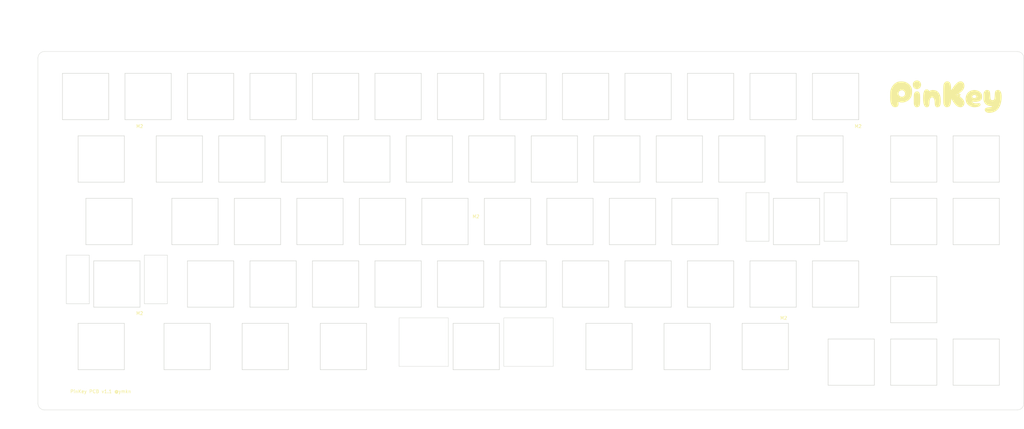
<source format=kicad_pcb>
(kicad_pcb (version 20221018) (generator pcbnew)
  (title_block (title "PinKey") (date "2023-10-08") (rev "v1.1") (company "@ymkn"))
  (layers (0 "F.Cu" signal) (31 "B.Cu" signal) (34 "B.Paste" user) (35 "F.Paste" user) (36 "B.SilkS" user "B.Silkscreen") (37 "F.SilkS" user "F.Silkscreen") (38 "B.Mask" user) (39 "F.Mask" user) (44 "Edge.Cuts" user))
  (net 0 "")
  (footprint "kbd_SW_Hole:SW_Hole_1u" (layer "F.Cu") (at 102.613052 92.69375)
    (fp_text reference "SW43" hide)
    (fp_text value "SW_Push" hide)
    (fp_line (start -7.05 -7.05) (end 7.05 -7.05) (stroke (width 0.15)) (layer "Edge.Cuts"))
    (fp_line (start -7.05 7.05) (end -7.05 -7.05) (stroke (width 0.15)) (layer "Edge.Cuts"))
    (fp_line (start 7.05 -7.05) (end 7.05 7.05) (stroke (width 0.15)) (layer "Edge.Cuts"))
    (fp_line (start 7.05 7.05) (end -7.05 7.05) (stroke (width 0.15)) (layer "Edge.Cuts"))
  )
  (footprint "kbd_SW_Hole:SW_Hole_1u" (layer "F.Cu") (at 235.963052 35.54375)
    (fp_text reference "SW11" hide)
    (fp_text value "SW_Push" hide)
    (fp_line (start -7.05 -7.05) (end 7.05 -7.05) (stroke (width 0.15)) (layer "Edge.Cuts"))
    (fp_line (start -7.05 7.05) (end -7.05 -7.05) (stroke (width 0.15)) (layer "Edge.Cuts"))
    (fp_line (start 7.05 -7.05) (end 7.05 7.05) (stroke (width 0.15)) (layer "Edge.Cuts"))
    (fp_line (start 7.05 7.05) (end -7.05 7.05) (stroke (width 0.15)) (layer "Edge.Cuts"))
  )
  (footprint "kbd_SW_Hole:SW_Hole_1u" (layer "F.Cu") (at 121.663052 35.54375)
    (fp_text reference "SW5" hide)
    (fp_text value "SW_Push" hide)
    (fp_line (start -7.05 -7.05) (end 7.05 -7.05) (stroke (width 0.15)) (layer "Edge.Cuts"))
    (fp_line (start -7.05 7.05) (end -7.05 -7.05) (stroke (width 0.15)) (layer "Edge.Cuts"))
    (fp_line (start 7.05 -7.05) (end 7.05 7.05) (stroke (width 0.15)) (layer "Edge.Cuts"))
    (fp_line (start 7.05 7.05) (end -7.05 7.05) (stroke (width 0.15)) (layer "Edge.Cuts"))
  )
  (footprint "kbd_SW_Hole:SW_Hole_1u" (layer "F.Cu") (at 64.513052 35.54375)
    (fp_text reference "SW2" hide)
    (fp_text value "SW_Push" hide)
    (fp_line (start -7.05 -7.05) (end 7.05 -7.05) (stroke (width 0.15)) (layer "Edge.Cuts"))
    (fp_line (start -7.05 7.05) (end -7.05 -7.05) (stroke (width 0.15)) (layer "Edge.Cuts"))
    (fp_line (start 7.05 -7.05) (end 7.05 7.05) (stroke (width 0.15)) (layer "Edge.Cuts"))
    (fp_line (start 7.05 7.05) (end -7.05 7.05) (stroke (width 0.15)) (layer "Edge.Cuts"))
  )
  (footprint "kbd_SW_Hole:SW_Hole_1u" (layer "F.Cu") (at 235.963052 92.69375)
    (fp_text reference "SW50" hide)
    (fp_text value "SW_Push" hide)
    (fp_line (start -7.05 -7.05) (end 7.05 -7.05) (stroke (width 0.15)) (layer "Edge.Cuts"))
    (fp_line (start -7.05 7.05) (end -7.05 -7.05) (stroke (width 0.15)) (layer "Edge.Cuts"))
    (fp_line (start 7.05 -7.05) (end 7.05 7.05) (stroke (width 0.15)) (layer "Edge.Cuts"))
    (fp_line (start 7.05 7.05) (end -7.05 7.05) (stroke (width 0.15)) (layer "Edge.Cuts"))
  )
  (footprint "kbd_SW_Hole:SW_Hole_1.25u" (layer "F.Cu") (at 252.631802 111.74375)
    (fp_text reference "SW61" hide)
    (fp_text value "SW_Push" hide)
    (fp_line (start -7.05 -7.05) (end 7.05 -7.05) (stroke (width 0.15)) (layer "Edge.Cuts"))
    (fp_line (start -7.05 7.05) (end -7.05 -7.05) (stroke (width 0.15)) (layer "Edge.Cuts"))
    (fp_line (start 7.05 -7.05) (end 7.05 7.05) (stroke (width 0.15)) (layer "Edge.Cuts"))
    (fp_line (start 7.05 7.05) (end -7.05 7.05) (stroke (width 0.15)) (layer "Edge.Cuts"))
  )
  (footprint "kbd_SW_Hole:SW_Hole_1.25u" (layer "F.Cu") (at 228.819302 111.74375)
    (fp_text reference "SW60" hide)
    (fp_text value "SW_Push" hide)
    (fp_line (start -7.05 -7.05) (end 7.05 -7.05) (stroke (width 0.15)) (layer "Edge.Cuts"))
    (fp_line (start -7.05 7.05) (end -7.05 -7.05) (stroke (width 0.15)) (layer "Edge.Cuts"))
    (fp_line (start 7.05 -7.05) (end 7.05 7.05) (stroke (width 0.15)) (layer "Edge.Cuts"))
    (fp_line (start 7.05 7.05) (end -7.05 7.05) (stroke (width 0.15)) (layer "Edge.Cuts"))
  )
  (footprint "MountingHole:MountingHole_2.2mm_M2" (layer "F.Cu") (at 164.431802 75.325)
    (fp_text reference "M2" (at 0 -3.2) (layer "F.SilkS"))
    (fp_text value "MountingHole_2.2mm_M2")
    (pad "" np_thru_hole circle (at 0 0) (size 2.2 2.2) (drill 2.2) (layers "F&B.Cu" "*.Mask"))
  )
  (footprint "kbd_SW_Hole:SW_Hole_1u" (layer "F.Cu") (at 216.913052 92.69375)
    (fp_text reference "SW49" hide)
    (fp_text value "SW_Push" hide)
    (fp_line (start -7.05 -7.05) (end 7.05 -7.05) (stroke (width 0.15)) (layer "Edge.Cuts"))
    (fp_line (start -7.05 7.05) (end -7.05 -7.05) (stroke (width 0.15)) (layer "Edge.Cuts"))
    (fp_line (start 7.05 -7.05) (end 7.05 7.05) (stroke (width 0.15)) (layer "Edge.Cuts"))
    (fp_line (start 7.05 7.05) (end -7.05 7.05) (stroke (width 0.15)) (layer "Edge.Cuts"))
  )
  (footprint "kbd_SW_Hole:SW_Hole_1u" (layer "F.Cu") (at 316.925552 73.64375)
    (fp_text reference "SW40" hide)
    (fp_text value "SW_Push" hide)
    (fp_line (start -7.05 -7.05) (end 7.05 -7.05) (stroke (width 0.15)) (layer "Edge.Cuts"))
    (fp_line (start -7.05 7.05) (end -7.05 -7.05) (stroke (width 0.15)) (layer "Edge.Cuts"))
    (fp_line (start 7.05 -7.05) (end 7.05 7.05) (stroke (width 0.15)) (layer "Edge.Cuts"))
    (fp_line (start 7.05 7.05) (end -7.05 7.05) (stroke (width 0.15)) (layer "Edge.Cuts"))
  )
  (footprint "kbd_SW_Hole:SW_Hole_1u" (layer "F.Cu") (at 155.000552 73.64375)
    (fp_text reference "SW33" hide)
    (fp_text value "SW_Push" hide)
    (fp_line (start -7.05 -7.05) (end 7.05 -7.05) (stroke (width 0.15)) (layer "Edge.Cuts"))
    (fp_line (start -7.05 7.05) (end -7.05 -7.05) (stroke (width 0.15)) (layer "Edge.Cuts"))
    (fp_line (start 7.05 -7.05) (end 7.05 7.05) (stroke (width 0.15)) (layer "Edge.Cuts"))
    (fp_line (start 7.05 7.05) (end -7.05 7.05) (stroke (width 0.15)) (layer "Edge.Cuts"))
  )
  (footprint "kbd_SW_Hole:SW_Hole_2u" (layer "F.Cu") (at 54.988052 92.69375 180)
    (fp_text reference "SW41" hide)
    (fp_text value "SW_Push" hide)
    (fp_line (start -15.4 -6) (end -8.4 -6) (stroke (width 0.12)) (layer "Edge.Cuts"))
    (fp_line (start -15.4 8.8) (end -15.4 -6) (stroke (width 0.12)) (layer "Edge.Cuts"))
    (fp_line (start -8.4 -6) (end -8.4 8.8) (stroke (width 0.12)) (layer "Edge.Cuts"))
    (fp_line (start -8.4 8.8) (end -15.4 8.8) (stroke (width 0.12)) (layer "Edge.Cuts"))
    (fp_line (start -7.05 -7.05) (end 7.05 -7.05) (stroke (width 0.15)) (layer "Edge.Cuts"))
    (fp_line (start -7.05 7.05) (end -7.05 -7.05) (stroke (width 0.15)) (layer "Edge.Cuts"))
    (fp_line (start 7.05 -7.05) (end 7.05 7.05) (stroke (width 0.15)) (layer "Edge.Cuts"))
    (fp_line (start 7.05 7.05) (end -7.05 7.05) (stroke (width 0.15)) (layer "Edge.Cuts"))
    (fp_line (start 8.4 -6) (end 8.4 8.8) (stroke (width 0.12)) (layer "Edge.Cuts"))
    (fp_line (start 8.4 8.8) (end 15.4 8.8) (stroke (width 0.12)) (layer "Edge.Cuts"))
    (fp_line (start 15.4 -6) (end 8.4 -6) (stroke (width 0.12)) (layer "Edge.Cuts"))
    (fp_line (start 15.4 8.8) (end 15.4 -6) (stroke (width 0.12)) (layer "Edge.Cuts"))
  )
  (footprint "kbd_SW_Hole:SW_Hole_1u" (layer "F.Cu") (at 193.100552 73.64375)
    (fp_text reference "SW35" hide)
    (fp_text value "SW_Push" hide)
    (fp_line (start -7.05 -7.05) (end 7.05 -7.05) (stroke (width 0.15)) (layer "Edge.Cuts"))
    (fp_line (start -7.05 7.05) (end -7.05 -7.05) (stroke (width 0.15)) (layer "Edge.Cuts"))
    (fp_line (start 7.05 -7.05) (end 7.05 7.05) (stroke (width 0.15)) (layer "Edge.Cuts"))
    (fp_line (start 7.05 7.05) (end -7.05 7.05) (stroke (width 0.15)) (layer "Edge.Cuts"))
  )
  (footprint "kbd_SW_Hole:SW_Hole_1u" (layer "F.Cu") (at 102.613052 35.54375)
    (fp_text reference "SW4" hide)
    (fp_text value "SW_Push" hide)
    (fp_line (start -7.05 -7.05) (end 7.05 -7.05) (stroke (width 0.15)) (layer "Edge.Cuts"))
    (fp_line (start -7.05 7.05) (end -7.05 -7.05) (stroke (width 0.15)) (layer "Edge.Cuts"))
    (fp_line (start 7.05 -7.05) (end 7.05 7.05) (stroke (width 0.15)) (layer "Edge.Cuts"))
    (fp_line (start 7.05 7.05) (end -7.05 7.05) (stroke (width 0.15)) (layer "Edge.Cuts"))
  )
  (footprint "kbd_SW_Hole:SW_Hole_1u" (layer "F.Cu") (at 297.875552 116.50625)
    (fp_text reference "SW63" hide)
    (fp_text value "SW_Push" hide)
    (fp_line (start -7.05 -7.05) (end 7.05 -7.05) (stroke (width 0.15)) (layer "Edge.Cuts"))
    (fp_line (start -7.05 7.05) (end -7.05 -7.05) (stroke (width 0.15)) (layer "Edge.Cuts"))
    (fp_line (start 7.05 -7.05) (end 7.05 7.05) (stroke (width 0.15)) (layer "Edge.Cuts"))
    (fp_line (start 7.05 7.05) (end -7.05 7.05) (stroke (width 0.15)) (layer "Edge.Cuts"))
  )
  (footprint "kbd_SW_Hole:SW_Hole_1u" (layer "F.Cu") (at 78.800552 73.64375)
    (fp_text reference "SW29" hide)
    (fp_text value "SW_Push" hide)
    (fp_line (start -7.05 -7.05) (end 7.05 -7.05) (stroke (width 0.15)) (layer "Edge.Cuts"))
    (fp_line (start -7.05 7.05) (end -7.05 -7.05) (stroke (width 0.15)) (layer "Edge.Cuts"))
    (fp_line (start 7.05 -7.05) (end 7.05 7.05) (stroke (width 0.15)) (layer "Edge.Cuts"))
    (fp_line (start 7.05 7.05) (end -7.05 7.05) (stroke (width 0.15)) (layer "Edge.Cuts"))
  )
  (footprint "kbd_SW_Hole:SW_Hole_1u" (layer "F.Cu") (at 131.188052 54.59375)
    (fp_text reference "SW18" hide)
    (fp_text value "SW_Push" hide)
    (fp_line (start -7.05 -7.05) (end 7.05 -7.05) (stroke (width 0.15)) (layer "Edge.Cuts"))
    (fp_line (start -7.05 7.05) (end -7.05 -7.05) (stroke (width 0.15)) (layer "Edge.Cuts"))
    (fp_line (start 7.05 -7.05) (end 7.05 7.05) (stroke (width 0.15)) (layer "Edge.Cuts"))
    (fp_line (start 7.05 7.05) (end -7.05 7.05) (stroke (width 0.15)) (layer "Edge.Cuts"))
  )
  (footprint "kbd_SW_Hole:SW_Hole_2.25u" (layer "F.Cu") (at 262.156802 73.64375 180)
    (fp_text reference "SW38" hide)
    (fp_text value "SW_Push" hide)
    (fp_line (start -15.4 -6) (end -8.4 -6) (stroke (width 0.12)) (layer "Edge.Cuts"))
    (fp_line (start -15.4 8.8) (end -15.4 -6) (stroke (width 0.12)) (layer "Edge.Cuts"))
    (fp_line (start -8.4 -6) (end -8.4 8.8) (stroke (width 0.12)) (layer "Edge.Cuts"))
    (fp_line (start -8.4 8.8) (end -15.4 8.8) (stroke (width 0.12)) (layer "Edge.Cuts"))
    (fp_line (start -7.05 -7.05) (end 7.05 -7.05) (stroke (width 0.15)) (layer "Edge.Cuts"))
    (fp_line (start -7.05 7.05) (end -7.05 -7.05) (stroke (width 0.15)) (layer "Edge.Cuts"))
    (fp_line (start 7.05 -7.05) (end 7.05 7.05) (stroke (width 0.15)) (layer "Edge.Cuts"))
    (fp_line (start 7.05 7.05) (end -7.05 7.05) (stroke (width 0.15)) (layer "Edge.Cuts"))
    (fp_line (start 8.4 -6) (end 8.4 8.8) (stroke (width 0.12)) (layer "Edge.Cuts"))
    (fp_line (start 8.4 8.8) (end 15.4 8.8) (stroke (width 0.12)) (layer "Edge.Cuts"))
    (fp_line (start 15.4 -6) (end 8.4 -6) (stroke (width 0.12)) (layer "Edge.Cuts"))
    (fp_line (start 15.4 8.8) (end 15.4 -6) (stroke (width 0.12)) (layer "Edge.Cuts"))
  )
  (footprint "kbd_SW_Hole:SW_Hole_1u" (layer "F.Cu") (at 216.913052 35.54375)
    (fp_text reference "SW10" hide)
    (fp_text value "SW_Push" hide)
    (fp_line (start -7.05 -7.05) (end 7.05 -7.05) (stroke (width 0.15)) (layer "Edge.Cuts"))
    (fp_line (start -7.05 7.05) (end -7.05 -7.05) (stroke (width 0.15)) (layer "Edge.Cuts"))
    (fp_line (start 7.05 -7.05) (end 7.05 7.05) (stroke (width 0.15)) (layer "Edge.Cuts"))
    (fp_line (start 7.05 7.05) (end -7.05 7.05) (stroke (width 0.15)) (layer "Edge.Cuts"))
  )
  (footprint "kbd_SW_Hole:SW_Hole_1u" (layer "F.Cu") (at 226.438052 54.59375)
    (fp_text reference "SW23" hide)
    (fp_text value "SW_Push" hide)
    (fp_line (start -7.05 -7.05) (end 7.05 -7.05) (stroke (width 0.15)) (layer "Edge.Cuts"))
    (fp_line (start -7.05 7.05) (end -7.05 -7.05) (stroke (width 0.15)) (layer "Edge.Cuts"))
    (fp_line (start 7.05 -7.05) (end 7.05 7.05) (stroke (width 0.15)) (layer "Edge.Cuts"))
    (fp_line (start 7.05 7.05) (end -7.05 7.05) (stroke (width 0.15)) (layer "Edge.Cuts"))
  )
  (footprint "kbd_SW_Hole:SW_Hole_1u" (layer "F.Cu") (at 112.138052 54.59375)
    (fp_text reference "SW17" hide)
    (fp_text value "SW_Push" hide)
    (fp_line (start -7.05 -7.05) (end 7.05 -7.05) (stroke (width 0.15)) (layer "Edge.Cuts"))
    (fp_line (start -7.05 7.05) (end -7.05 -7.05) (stroke (width 0.15)) (layer "Edge.Cuts"))
    (fp_line (start 7.05 -7.05) (end 7.05 7.05) (stroke (width 0.15)) (layer "Edge.Cuts"))
    (fp_line (start 7.05 7.05) (end -7.05 7.05) (stroke (width 0.15)) (layer "Edge.Cuts"))
  )
  (footprint "kbd_SW_Hole:SW_Hole_1u" (layer "F.Cu") (at 231.200552 73.64375)
    (fp_text reference "SW37" hide)
    (fp_text value "SW_Push" hide)
    (fp_line (start -7.05 -7.05) (end 7.05 -7.05) (stroke (width 0.15)) (layer "Edge.Cuts"))
    (fp_line (start -7.05 7.05) (end -7.05 -7.05) (stroke (width 0.15)) (layer "Edge.Cuts"))
    (fp_line (start 7.05 -7.05) (end 7.05 7.05) (stroke (width 0.15)) (layer "Edge.Cuts"))
    (fp_line (start 7.05 7.05) (end -7.05 7.05) (stroke (width 0.15)) (layer "Edge.Cuts"))
  )
  (footprint "kbd_SW_Hole:SW_Hole_1u" (layer "F.Cu") (at 135.950552 73.64375)
    (fp_text reference "SW32" hide)
    (fp_text value "SW_Push" hide)
    (fp_line (start -7.05 -7.05) (end 7.05 -7.05) (stroke (width 0.15)) (layer "Edge.Cuts"))
    (fp_line (start -7.05 7.05) (end -7.05 -7.05) (stroke (width 0.15)) (layer "Edge.Cuts"))
    (fp_line (start 7.05 -7.05) (end 7.05 7.05) (stroke (width 0.15)) (layer "Edge.Cuts"))
    (fp_line (start 7.05 7.05) (end -7.05 7.05) (stroke (width 0.15)) (layer "Edge.Cuts"))
  )
  (footprint "kbd_SW_Hole:SW_Hole_1u" (layer "F.Cu") (at 297.875552 97.45625)
    (fp_text reference "SW53" hide)
    (fp_text value "SW_Push" hide)
    (fp_line (start -7.05 -7.05) (end 7.05 -7.05) (stroke (width 0.15)) (layer "Edge.Cuts"))
    (fp_line (start -7.05 7.05) (end -7.05 -7.05) (stroke (width 0.15)) (layer "Edge.Cuts"))
    (fp_line (start 7.05 -7.05) (end 7.05 7.05) (stroke (width 0.15)) (layer "Edge.Cuts"))
    (fp_line (start 7.05 7.05) (end -7.05 7.05) (stroke (width 0.15)) (layer "Edge.Cuts"))
  )
  (footprint "kbd_SW_Hole:SW_Hole_1u" (layer "F.Cu") (at 245.488052 54.59375)
    (fp_text reference "SW24" hide)
    (fp_text value "SW_Push" hide)
    (fp_line (start -7.05 -7.05) (end 7.05 -7.05) (stroke (width 0.15)) (layer "Edge.Cuts"))
    (fp_line (start -7.05 7.05) (end -7.05 -7.05) (stroke (width 0.15)) (layer "Edge.Cuts"))
    (fp_line (start 7.05 -7.05) (end 7.05 7.05) (stroke (width 0.15)) (layer "Edge.Cuts"))
    (fp_line (start 7.05 7.05) (end -7.05 7.05) (stroke (width 0.15)) (layer "Edge.Cuts"))
  )
  (footprint "logo:PinKey_logo" (layer "F.Cu") (at 309.781802 35.54375)
    (fp_text reference "G***" (at 0 0) (layer "F.SilkS") (effects (font (size 1.5 1.5) (thickness 0.3))))
    (fp_text value "LOGO" hide)
    (fp_poly (pts (xy -10.624991 -4.873886) (xy -10.275158 -4.722613) (xy -9.980962 -4.47302) (xy -9.770034 -4.135014) (xy -9.670009 -3.718505) (xy -9.672884 -3.45311) (xy -9.786554 -3.007387) (xy -10.015999 -2.647026) (xy -10.333027 -2.389017) (xy -10.709447 -2.25035) (xy -11.117068 -2.248016) (xy -11.472333 -2.368647) (xy -11.819748 -2.600753) (xy -12.037119 -2.888075) (xy -12.14875 -3.270281) (xy -12.172635 -3.511615) (xy -12.17489 -3.853295) (xy -12.127007 -4.098518) (xy -12.028037 -4.297607) (xy -11.731984 -4.638699) (xy -11.381037 -4.841838) (xy -11.002828 -4.91693)) (fill solid) (layer "F.SilkS"))
    (fp_poly (pts (xy -10.625923 -1.513266) (xy -10.41522 -1.427803) (xy -10.266305 -1.280045) (xy -10.13203 -1.031136) (xy -10.065966 -0.873665) (xy -10.017951 -0.711553) (xy -9.985143 -0.51498) (xy -9.964699 -0.254124) (xy -9.953777 0.100834) (xy -9.949535 0.579716) (xy -9.949025 0.889) (xy -9.954261 1.54497) (xy -9.974255 2.053808) (xy -10.014631 2.437469) (xy -10.081011 2.717908) (xy -10.179017 2.917079) (xy -10.314273 3.056939) (xy -10.4924 3.159441) (xy -10.535234 3.178047) (xy -10.852565 3.281437) (xy -11.108061 3.281671) (xy -11.345333 3.19425) (xy -11.515873 3.052902) (xy -11.683684 2.828275) (xy -11.726333 2.750998) (xy -11.787053 2.613926) (xy -11.83141 2.462329) (xy -11.86191 2.268054) (xy -11.881055 2.002949) (xy -11.891348 1.638863) (xy -11.895293 1.147643) (xy -11.895667 0.846667) (xy -11.893948 0.281537) (xy -11.887124 -0.142444) (xy -11.872691 -0.453439) (xy -11.848144 -0.679614) (xy -11.810982 -0.849132) (xy -11.7587 -0.990158) (xy -11.726333 -1.058333) (xy -11.490111 -1.364733) (xy -11.168515 -1.529963) (xy -10.780621 -1.546138)) (fill solid) (layer "F.SilkS"))
    (fp_poly (pts (xy -7.6607 -2.13644) (xy -7.407035 -1.969627) (xy -7.293126 -1.812404) (xy -7.201579 -1.61148) (xy -6.881623 -1.800439) (xy -6.585323 -1.930172) (xy -6.233017 -1.984431) (xy -6.053667 -1.988796) (xy -5.427184 -1.915789) (xy -4.889658 -1.701557) (xy -4.444311 -1.350899) (xy -4.094366 -0.868615) (xy -3.843043 -0.259503) (xy -3.693565 0.471637) (xy -3.649153 1.320006) (xy -3.656183 1.582569) (xy -3.702201 2.153876) (xy -3.790557 2.581638) (xy -3.93039 2.888358) (xy -4.130836 3.096538) (xy -4.311093 3.195258) (xy -4.691472 3.286979) (xy -5.009589 3.226576) (xy -5.256315 3.022708) (xy -5.422519 2.684031) (xy -5.499073 2.219205) (xy -5.503202 2.064723) (xy -5.538044 1.420461) (xy -5.640352 0.910972) (xy -5.807336 0.542585) (xy -6.036207 0.321629) (xy -6.30097 0.254) (xy -6.597433 0.331827) (xy -6.82874 0.562315) (xy -6.992802 0.940972) (xy -7.087529 1.463308) (xy -7.112 1.996553) (xy -7.151712 2.508715) (xy -7.267599 2.896191) (xy -7.454786 3.146238) (xy -7.579083 3.217872) (xy -7.884656 3.292555) (xy -8.157609 3.244949) (xy -8.318034 3.16915) (xy -8.587581 2.929399) (xy -8.796211 2.535123) (xy -8.944194 1.985341) (xy -9.031795 1.279077) (xy -9.059333 0.454284) (xy -9.02715 -0.378165) (xy -8.930534 -1.054221) (xy -8.769384 -1.574125) (xy -8.543599 -1.938122) (xy -8.253078 -2.146454) (xy -7.958667 -2.201333)) (fill solid) (layer "F.SilkS"))
    (fp_poly (pts (xy 7.247018 -1.909179) (xy 7.799603 -1.712827) (xy 8.275891 -1.410557) (xy 8.647685 -1.020311) (xy 8.886789 -0.560031) (xy 8.888497 -0.554888) (xy 8.961072 -0.154697) (xy 8.946054 0.279835) (xy 8.850878 0.680016) (xy 8.728849 0.919842) (xy 8.425867 1.21159) (xy 7.999426 1.435782) (xy 7.48562 1.581576) (xy 6.920546 1.638129) (xy 6.434667 1.609009) (xy 6.173269 1.579176) (xy 5.989316 1.569314) (xy 5.934241 1.576455) (xy 5.95792 1.653425) (xy 6.05352 1.777838) (xy 6.334035 1.966377) (xy 6.753116 2.07094) (xy 7.301209 2.089619) (xy 7.53719 2.074169) (xy 7.883097 2.049954) (xy 8.103874 2.055107) (xy 8.241886 2.094101) (xy 8.326015 2.157444) (xy 8.455785 2.381846) (xy 8.429386 2.618515) (xy 8.256586 2.845974) (xy 7.947155 3.042747) (xy 7.917147 3.056363) (xy 7.52459 3.175861) (xy 7.036564 3.2464) (xy 6.52096 3.263609) (xy 6.045665 3.223117) (xy 5.87447 3.187872) (xy 5.217031 2.947648) (xy 4.688002 2.598317) (xy 4.29155 2.145552) (xy 4.031844 1.595029) (xy 3.91305 0.952423) (xy 3.911687 0.515477) (xy 3.98342 0.095027) (xy 5.928248 0.095027) (xy 6.020701 0.289808) (xy 6.244812 0.428498) (xy 6.307667 0.446734) (xy 6.498906 0.487388) (xy 6.638443 0.482212) (xy 6.814035 0.422152) (xy 6.903053 0.38532) (xy 7.129719 0.224075) (xy 7.206508 0.007458) (xy 7.130147 -0.227537) (xy 6.973187 -0.354033) (xy 6.73077 -0.444232) (xy 6.486485 -0.471687) (xy 6.402317 -0.457809) (xy 6.122907 -0.315587) (xy 5.9636 -0.11904) (xy 5.928248 0.095027) (xy 3.98342 0.095027) (xy 4.026666 -0.158456) (xy 4.28008 -0.74516) (xy 4.658555 -1.232422) (xy 5.148718 -1.608028) (xy 5.737192 -1.859767) (xy 6.410605 -1.975425) (xy 6.646333 -1.98167)) (fill solid) (layer "F.SilkS"))
    (fp_poly (pts (xy -15.226339 -4.585978) (xy -14.698101 -4.503726) (xy -14.393333 -4.412192) (xy -13.763721 -4.090353) (xy -13.228524 -3.661339) (xy -12.81059 -3.148316) (xy -12.532767 -2.574447) (xy -12.509954 -2.502676) (xy -12.43269 -2.088294) (xy -12.405991 -1.576068) (xy -12.427137 -1.028884) (xy -12.493411 -0.509631) (xy -12.602094 -0.081195) (xy -12.616272 -0.042958) (xy -12.92162 0.523396) (xy -13.352931 1.007499) (xy -13.881176 1.394578) (xy -14.477321 1.669858) (xy -15.112334 1.818565) (xy -15.757184 1.825924) (xy -16.146725 1.753687) (xy -16.587783 1.635257) (xy -16.538833 1.992381) (xy -16.536575 2.371237) (xy -16.620948 2.724334) (xy -16.775086 2.997038) (xy -16.877389 3.089053) (xy -17.166496 3.205676) (xy -17.533905 3.258231) (xy -17.897879 3.237979) (xy -18.014339 3.210579) (xy -18.306275 3.039522) (xy -18.573663 2.721952) (xy -18.80083 2.280457) (xy -18.934646 1.884274) (xy -18.998237 1.614993) (xy -19.043047 1.319819) (xy -19.071828 0.963657) (xy -19.087331 0.511412) (xy -19.092308 -0.072013) (xy -19.092333 -0.127) (xy -19.09006 -0.675409) (xy -19.085129 -0.898521) (xy -16.569769 -0.898521) (xy -16.491979 -0.538328) (xy -16.248489 -0.212571) (xy -16.208098 -0.175801) (xy -15.96286 0.001915) (xy -15.714237 0.075327) (xy -15.524921 0.084667) (xy -15.253833 0.062983) (xy -15.051926 -0.026558) (xy -14.850533 -0.2032) (xy -14.665135 -0.417362) (xy -14.581436 -0.620584) (xy -14.562667 -0.881777) (xy -14.584777 -1.155447) (xy -14.674139 -1.367651) (xy -14.852494 -1.588744) (xy -15.055091 -1.785359) (xy -15.235855 -1.878734) (xy -15.469554 -1.904703) (xy -15.512385 -1.905) (xy -15.933898 -1.834131) (xy -16.261191 -1.626155) (xy -16.481594 -1.292061) (xy -16.569769 -0.898521) (xy -19.085129 -0.898521) (xy -19.080884 -1.090564) (xy -19.061267 -1.408514) (xy -19.027674 -1.665304) (xy -18.976568 -1.896981) (xy -18.904413 -2.139592) (xy -18.890777 -2.181532) (xy -18.58501 -2.886596) (xy -18.168397 -3.496943) (xy -17.658859 -3.992951) (xy -17.074313 -4.355001) (xy -16.806333 -4.463928) (xy -16.347164 -4.567509) (xy -15.798263 -4.607716)) (fill solid) (layer "F.SilkS"))
    (fp_poly (pts (xy 2.796262 -4.55172) (xy 2.813 -4.544872) (xy 3.165487 -4.310508) (xy 3.406493 -3.953087) (xy 3.530282 -3.481808) (xy 3.540196 -3.378525) (xy 3.497561 -2.823566) (xy 3.294408 -2.287211) (xy 2.93943 -1.781622) (xy 2.441321 -1.318963) (xy 1.808772 -0.911399) (xy 1.757488 -0.884092) (xy 1.162918 -0.571655) (xy 1.622225 -0.325196) (xy 2.255977 0.066108) (xy 2.779386 0.495006) (xy 3.178923 0.945722) (xy 3.441057 1.402477) (xy 3.552259 1.849493) (xy 3.555205 1.928886) (xy 3.48847 2.414813) (xy 3.300346 2.801345) (xy 3.012463 3.079753) (xy 2.646448 3.24131) (xy 2.223929 3.277285) (xy 1.766533 3.178951) (xy 1.295888 2.937579) (xy 1.208383 2.876027) (xy 0.919626 2.617807) (xy 0.591826 2.251195) (xy 0.260042 1.820055) (xy -0.040661 1.368251) (xy -0.158989 1.165386) (xy -0.290824 0.942827) (xy -0.393862 0.796704) (xy -0.432566 0.76322) (xy -0.460933 0.840677) (xy -0.491793 1.048171) (xy -0.519839 1.346585) (xy -0.528142 1.467435) (xy -0.602636 2.057505) (xy -0.741604 2.543815) (xy -0.937076 2.904777) (xy -1.126125 3.087062) (xy -1.427158 3.213964) (xy -1.784754 3.269863) (xy -2.074333 3.245104) (xy -2.359944 3.087225) (xy -2.611129 2.786923) (xy -2.770703 2.463743) (xy -2.813007 2.338028) (xy -2.846666 2.190961) (xy -2.87264 2.002763) (xy -2.891888 1.75365) (xy -2.90537 1.423842) (xy -2.914045 0.993556) (xy -2.918873 0.443011) (xy -2.920813 -0.247576) (xy -2.921 -0.635) (xy -2.919896 -1.445669) (xy -2.914906 -2.106197) (xy -2.903515 -2.635772) (xy -2.88321 -3.053579) (xy -2.851473 -3.378807) (xy -2.805791 -3.630643) (xy -2.743648 -3.828272) (xy -2.662529 -3.990883) (xy -2.559919 -4.137663) (xy -2.443745 -4.27593) (xy -2.118027 -4.530123) (xy -1.736094 -4.63049) (xy -1.323495 -4.571488) (xy -1.234917 -4.538153) (xy -0.977134 -4.368959) (xy -0.781665 -4.093794) (xy -0.641953 -3.696364) (xy -0.551441 -3.160371) (xy -0.517387 -2.755161) (xy -0.465667 -1.905) (xy -0.053402 -2.54) (xy 0.47792 -3.292652) (xy 0.98609 -3.877937) (xy 1.471559 -4.296172) (xy 1.934778 -4.547671) (xy 2.376195 -4.632749)) (fill solid) (layer "F.SilkS"))
    (fp_poly (pts (xy 14.207588 -1.901757) (xy 14.495327 -1.636525) (xy 14.642589 -1.398714) (xy 14.79594 -0.961239) (xy 14.880373 -0.406097) (xy 14.89862 0.230948) (xy 14.853418 0.914136) (xy 14.747499 1.607707) (xy 14.583598 2.275898) (xy 14.36445 2.88295) (xy 14.305291 3.01274) (xy 13.907753 3.665324) (xy 13.402047 4.19595) (xy 12.801914 4.594051) (xy 12.121099 4.849064) (xy 11.841641 4.906652) (xy 11.422086 4.965163) (xy 11.102238 4.98154) (xy 10.817848 4.955982) (xy 10.593731 4.910491) (xy 10.228282 4.767464) (xy 9.957415 4.551256) (xy 9.791484 4.291275) (xy 9.740844 4.016933) (xy 9.815849 3.757638) (xy 10.026855 3.542801) (xy 10.097726 3.501722) (xy 10.313862 3.426006) (xy 10.635907 3.355161) (xy 11.000655 3.302606) (xy 11.066185 3.296104) (xy 11.414783 3.251219) (xy 11.715539 3.189302) (xy 11.914166 3.122107) (xy 11.939998 3.10693) (xy 12.025077 3.037847) (xy 12.019182 2.993259) (xy 11.897626 2.960088) (xy 11.63572 2.925257) (xy 11.586063 2.91946) (xy 10.929346 2.799496) (xy 10.408512 2.60128) (xy 10.003558 2.312685) (xy 9.694479 1.921586) (xy 9.578271 1.702389) (xy 9.487226 1.495846) (xy 9.424987 1.307426) (xy 9.386138 1.097754) (xy 9.36526 0.827451) (xy 9.356934 0.45714) (xy 9.355667 0.084667) (xy 9.357844 -0.384636) (xy 9.367765 -0.721158) (xy 9.390515 -0.96143) (xy 9.43118 -1.141986) (xy 9.494845 -1.299355) (xy 9.567333 -1.435925) (xy 9.836804 -1.779984) (xy 10.167993 -1.969771) (xy 10.550901 -2.000849) (xy 10.746133 -1.959294) (xy 10.977959 -1.868514) (xy 11.147957 -1.738343) (xy 11.267033 -1.542615) (xy 11.34609 -1.255161) (xy 11.396032 -0.849815) (xy 11.42668 -0.32608) (xy 11.45729 0.201755) (xy 11.504479 0.583155) (xy 11.579126 0.840922) (xy 11.692108 0.99786) (xy 11.854303 1.076769) (xy 12.076591 1.100453) (xy 12.107333 1.100667) (xy 12.337445 1.082122) (xy 12.506075 1.011302) (xy 12.624005 0.865428) (xy 12.702013 0.621723) (xy 12.750881 0.257408) (xy 12.781387 -0.250295) (xy 12.784667 -0.330543) (xy 12.814367 -0.870016) (xy 12.861967 -1.266707) (xy 12.938418 -1.547026) (xy 13.054672 -1.737381) (xy 13.221678 -1.864184) (xy 13.450388 -1.953841) (xy 13.458846 -1.956392) (xy 13.862883 -2.008007)) (fill solid) (layer "F.SilkS"))
  )
  (footprint "kbd_SW_Hole:SW_Hole_1u" (layer "F.Cu") (at 207.388052 54.59375)
    (fp_text reference "SW22" hide)
    (fp_text value "SW_Push" hide)
    (fp_line (start -7.05 -7.05) (end 7.05 -7.05) (stroke (width 0.15)) (layer "Edge.Cuts"))
    (fp_line (start -7.05 7.05) (end -7.05 -7.05) (stroke (width 0.15)) (layer "Edge.Cuts"))
    (fp_line (start 7.05 -7.05) (end 7.05 7.05) (stroke (width 0.15)) (layer "Edge.Cuts"))
    (fp_line (start 7.05 7.05) (end -7.05 7.05) (stroke (width 0.15)) (layer "Edge.Cuts"))
  )
  (footprint "kbd_SW_Hole:SW_Hole_1.25u" (layer "F.Cu") (at 124.044302 111.74375)
    (fp_text reference "SW57" hide)
    (fp_text value "SW_Push" hide)
    (fp_line (start -7.05 -7.05) (end 7.05 -7.05) (stroke (width 0.15)) (layer "Edge.Cuts"))
    (fp_line (start -7.05 7.05) (end -7.05 -7.05) (stroke (width 0.15)) (layer "Edge.Cuts"))
    (fp_line (start 7.05 -7.05) (end 7.05 7.05) (stroke (width 0.15)) (layer "Edge.Cuts"))
    (fp_line (start 7.05 7.05) (end -7.05 7.05) (stroke (width 0.15)) (layer "Edge.Cuts"))
  )
  (footprint "MountingHole:MountingHole_2.2mm_M2" (layer "F.Cu") (at 61.931802 47.825)
    (fp_text reference "M2" (at 0 -3.2) (layer "F.SilkS"))
    (fp_text value "MountingHole_2.2mm_M2")
    (pad "" np_thru_hole circle (at 0 0) (size 2.2 2.2) (drill 2.2) (layers "F&B.Cu" "*.Mask"))
  )
  (footprint "kbd_SW_Hole:SW_Hole_1u" (layer "F.Cu") (at 178.813052 92.69375)
    (fp_text reference "SW47" hide)
    (fp_text value "SW_Push" hide)
    (fp_line (start -7.05 -7.05) (end 7.05 -7.05) (stroke (width 0.15)) (layer "Edge.Cuts"))
    (fp_line (start -7.05 7.05) (end -7.05 -7.05) (stroke (width 0.15)) (layer "Edge.Cuts"))
    (fp_line (start 7.05 -7.05) (end 7.05 7.05) (stroke (width 0.15)) (layer "Edge.Cuts"))
    (fp_line (start 7.05 7.05) (end -7.05 7.05) (stroke (width 0.15)) (layer "Edge.Cuts"))
  )
  (footprint "kbd_SW_Hole:SW_Hole_1.5u" (layer "F.Cu") (at 50.225552 54.59375)
    (fp_text reference "SW14" hide)
    (fp_text value "SW_Push" hide)
    (fp_line (start -7.05 -7.05) (end 7.05 -7.05) (stroke (width 0.15)) (layer "Edge.Cuts"))
    (fp_line (start -7.05 7.05) (end -7.05 -7.05) (stroke (width 0.15)) (layer "Edge.Cuts"))
    (fp_line (start 7.05 -7.05) (end 7.05 7.05) (stroke (width 0.15)) (layer "Edge.Cuts"))
    (fp_line (start 7.05 7.05) (end -7.05 7.05) (stroke (width 0.15)) (layer "Edge.Cuts"))
  )
  (footprint "kbd_SW_Hole:SW_Hole_1u" (layer "F.Cu") (at 178.813052 35.54375)
    (fp_text reference "SW8" hide)
    (fp_text value "SW_Push" hide)
    (fp_line (start -7.05 -7.05) (end 7.05 -7.05) (stroke (width 0.15)) (layer "Edge.Cuts"))
    (fp_line (start -7.05 7.05) (end -7.05 -7.05) (stroke (width 0.15)) (layer "Edge.Cuts"))
    (fp_line (start 7.05 -7.05) (end 7.05 7.05) (stroke (width 0.15)) (layer "Edge.Cuts"))
    (fp_line (start 7.05 7.05) (end -7.05 7.05) (stroke (width 0.15)) (layer "Edge.Cuts"))
  )
  (footprint "kbd_SW_Hole:SW_Hole_1u" (layer "F.Cu") (at 116.900552 73.64375)
    (fp_text reference "SW31" hide)
    (fp_text value "SW_Push" hide)
    (fp_line (start -7.05 -7.05) (end 7.05 -7.05) (stroke (width 0.15)) (layer "Edge.Cuts"))
    (fp_line (start -7.05 7.05) (end -7.05 -7.05) (stroke (width 0.15)) (layer "Edge.Cuts"))
    (fp_line (start 7.05 -7.05) (end 7.05 7.05) (stroke (width 0.15)) (layer "Edge.Cuts"))
    (fp_line (start 7.05 7.05) (end -7.05 7.05) (stroke (width 0.15)) (layer "Edge.Cuts"))
  )
  (footprint "kbd_SW_Hole:SW_Hole_1u" (layer "F.Cu") (at 297.875552 54.59375)
    (fp_text reference "SW26" hide)
    (fp_text value "SW_Push" hide)
    (fp_line (start -7.05 -7.05) (end 7.05 -7.05) (stroke (width 0.15)) (layer "Edge.Cuts"))
    (fp_line (start -7.05 7.05) (end -7.05 -7.05) (stroke (width 0.15)) (layer "Edge.Cuts"))
    (fp_line (start 7.05 -7.05) (end 7.05 7.05) (stroke (width 0.15)) (layer "Edge.Cuts"))
    (fp_line (start 7.05 7.05) (end -7.05 7.05) (stroke (width 0.15)) (layer "Edge.Cuts"))
  )
  (footprint "kbd_SW_Hole:SW_Hole_1u" (layer "F.Cu") (at 255.013052 35.54375)
    (fp_text reference "SW12" hide)
    (fp_text value "SW_Push" hide)
    (fp_line (start -7.05 -7.05) (end 7.05 -7.05) (stroke (width 0.15)) (layer "Edge.Cuts"))
    (fp_line (start -7.05 7.05) (end -7.05 -7.05) (stroke (width 0.15)) (layer "Edge.Cuts"))
    (fp_line (start 7.05 -7.05) (end 7.05 7.05) (stroke (width 0.15)) (layer "Edge.Cuts"))
    (fp_line (start 7.05 7.05) (end -7.05 7.05) (stroke (width 0.15)) (layer "Edge.Cuts"))
  )
  (footprint "kbd_SW_Hole:SW_Hole_1u" (layer "F.Cu") (at 121.663052 92.69375)
    (fp_text reference "SW44" hide)
    (fp_text value "SW_Push" hide)
    (fp_line (start -7.05 -7.05) (end 7.05 -7.05) (stroke (width 0.15)) (layer "Edge.Cuts"))
    (fp_line (start -7.05 7.05) (end -7.05 -7.05) (stroke (width 0.15)) (layer "Edge.Cuts"))
    (fp_line (start 7.05 -7.05) (end 7.05 7.05) (stroke (width 0.15)) (layer "Edge.Cuts"))
    (fp_line (start 7.05 7.05) (end -7.05 7.05) (stroke (width 0.15)) (layer "Edge.Cuts"))
  )
  (footprint "kbd_SW_Hole:SW_Hole_1u" (layer "F.Cu") (at 45.463052 35.54375)
    (fp_text reference "SW1" hide)
    (fp_text value "SW_Push" hide)
    (fp_line (start -7.05 -7.05) (end 7.05 -7.05) (stroke (width 0.15)) (layer "Edge.Cuts"))
    (fp_line (start -7.05 7.05) (end -7.05 -7.05) (stroke (width 0.15)) (layer "Edge.Cuts"))
    (fp_line (start 7.05 -7.05) (end 7.05 7.05) (stroke (width 0.15)) (layer "Edge.Cuts"))
    (fp_line (start 7.05 7.05) (end -7.05 7.05) (stroke (width 0.15)) (layer "Edge.Cuts"))
  )
  (footprint "kbd_SW_Hole:SW_Hole_1u" (layer "F.Cu") (at 212.150552 73.64375)
    (fp_text reference "SW36" hide)
    (fp_text value "SW_Push" hide)
    (fp_line (start -7.05 -7.05) (end 7.05 -7.05) (stroke (width 0.15)) (layer "Edge.Cuts"))
    (fp_line (start -7.05 7.05) (end -7.05 -7.05) (stroke (width 0.15)) (layer "Edge.Cuts"))
    (fp_line (start 7.05 -7.05) (end 7.05 7.05) (stroke (width 0.15)) (layer "Edge.Cuts"))
    (fp_line (start 7.05 7.05) (end -7.05 7.05) (stroke (width 0.15)) (layer "Edge.Cuts"))
  )
  (footprint "kbd_SW_Hole:SW_Hole_1u" (layer "F.Cu") (at 74.038052 54.59375)
    (fp_text reference "SW15" hide)
    (fp_text value "SW_Push" hide)
    (fp_line (start -7.05 -7.05) (end 7.05 -7.05) (stroke (width 0.15)) (layer "Edge.Cuts"))
    (fp_line (start -7.05 7.05) (end -7.05 -7.05) (stroke (width 0.15)) (layer "Edge.Cuts"))
    (fp_line (start 7.05 -7.05) (end 7.05 7.05) (stroke (width 0.15)) (layer "Edge.Cuts"))
    (fp_line (start 7.05 7.05) (end -7.05 7.05) (stroke (width 0.15)) (layer "Edge.Cuts"))
  )
  (footprint "kbd_SW_Hole:SW_Hole_1u" (layer "F.Cu") (at 278.825552 116.50625)
    (fp_text reference "SW62" hide)
    (fp_text value "SW_Push" hide)
    (fp_line (start -7.05 -7.05) (end 7.05 -7.05) (stroke (width 0.15)) (layer "Edge.Cuts"))
    (fp_line (start -7.05 7.05) (end -7.05 -7.05) (stroke (width 0.15)) (layer "Edge.Cuts"))
    (fp_line (start 7.05 -7.05) (end 7.05 7.05) (stroke (width 0.15)) (layer "Edge.Cuts"))
    (fp_line (start 7.05 7.05) (end -7.05 7.05) (stroke (width 0.15)) (layer "Edge.Cuts"))
  )
  (footprint "MountingHole:MountingHole_2.2mm_M2" (layer "F.Cu") (at 261.931802 102.825)
    (fp_text reference "M2" (at -3.702919 0.227621) (layer "F.SilkS"))
    (fp_text value "MountingHole_2.2mm_M2")
    (pad "" np_thru_hole circle (at 0 0) (size 2.2 2.2) (drill 2.2) (layers "F&B.Cu" "*.Mask"))
  )
  (footprint "kbd_SW_Hole:SW_Hole_1.25u" (layer "F.Cu") (at 100.231802 111.74375)
    (fp_text reference "SW56" hide)
    (fp_text value "SW_Push" hide)
    (fp_line (start -7.05 -7.05) (end 7.05 -7.05) (stroke (width 0.15)) (layer "Edge.Cuts"))
    (fp_line (start -7.05 7.05) (end -7.05 -7.05) (stroke (width 0.15)) (layer "Edge.Cuts"))
    (fp_line (start 7.05 -7.05) (end 7.05 7.05) (stroke (width 0.15)) (layer "Edge.Cuts"))
    (fp_line (start 7.05 7.05) (end -7.05 7.05) (stroke (width 0.15)) (layer "Edge.Cuts"))
  )
  (footprint "kbd_SW_Hole:SW_Hole_1.5u" (layer "F.Cu") (at 269.300552 54.59375)
    (fp_text reference "SW25" hide)
    (fp_text value "SW_Push" hide)
    (fp_line (start -7.05 -7.05) (end 7.05 -7.05) (stroke (width 0.15)) (layer "Edge.Cuts"))
    (fp_line (start -7.05 7.05) (end -7.05 -7.05) (stroke (width 0.15)) (layer "Edge.Cuts"))
    (fp_line (start 7.05 -7.05) (end 7.05 7.05) (stroke (width 0.15)) (layer "Edge.Cuts"))
    (fp_line (start 7.05 7.05) (end -7.05 7.05) (stroke (width 0.15)) (layer "Edge.Cuts"))
  )
  (footprint "kbd_SW_Hole:SW_Hole_1u" (layer "F.Cu") (at 93.088052 54.59375)
    (fp_text reference "SW16" hide)
    (fp_text value "SW_Push" hide)
    (fp_line (start -7.05 -7.05) (end 7.05 -7.05) (stroke (width 0.15)) (layer "Edge.Cuts"))
    (fp_line (start -7.05 7.05) (end -7.05 -7.05) (stroke (width 0.15)) (layer "Edge.Cuts"))
    (fp_line (start 7.05 -7.05) (end 7.05 7.05) (stroke (width 0.15)) (layer "Edge.Cuts"))
    (fp_line (start 7.05 7.05) (end -7.05 7.05) (stroke (width 0.15)) (layer "Edge.Cuts"))
  )
  (footprint "kbd_SW_Hole:SW_Hole_1u" (layer "F.Cu") (at 150.238052 54.59375)
    (fp_text reference "SW19" hide)
    (fp_text value "SW_Push" hide)
    (fp_line (start -7.05 -7.05) (end 7.05 -7.05) (stroke (width 0.15)) (layer "Edge.Cuts"))
    (fp_line (start -7.05 7.05) (end -7.05 -7.05) (stroke (width 0.15)) (layer "Edge.Cuts"))
    (fp_line (start 7.05 -7.05) (end 7.05 7.05) (stroke (width 0.15)) (layer "Edge.Cuts"))
    (fp_line (start 7.05 7.05) (end -7.05 7.05) (stroke (width 0.15)) (layer "Edge.Cuts"))
  )
  (footprint "kbd_SW_Hole:SW_Hole_1u" (layer "F.Cu") (at 274.063052 92.69375)
    (fp_text reference "SW52" hide)
    (fp_text value "SW_Push" hide)
    (fp_line (start -7.05 -7.05) (end 7.05 -7.05) (stroke (width 0.15)) (layer "Edge.Cuts"))
    (fp_line (start -7.05 7.05) (end -7.05 -7.05) (stroke (width 0.15)) (layer "Edge.Cuts"))
    (fp_line (start 7.05 -7.05) (end 7.05 7.05) (stroke (width 0.15)) (layer "Edge.Cuts"))
    (fp_line (start 7.05 7.05) (end -7.05 7.05) (stroke (width 0.15)) (layer "Edge.Cuts"))
  )
  (footprint "kbd_SW_Hole:SW_Hole_1u" (layer "F.Cu") (at 188.338052 54.59375)
    (fp_text reference "SW21" hide)
    (fp_text value "SW_Push" hide)
    (fp_line (start -7.05 -7.05) (end 7.05 -7.05) (stroke (width 0.15)) (layer "Edge.Cuts"))
    (fp_line (start -7.05 7.05) (end -7.05 -7.05) (stroke (width 0.15)) (layer "Edge.Cuts"))
    (fp_line (start 7.05 -7.05) (end 7.05 7.05) (stroke (width 0.15)) (layer "Edge.Cuts"))
    (fp_line (start 7.05 7.05) (end -7.05 7.05) (stroke (width 0.15)) (layer "Edge.Cuts"))
  )
  (footprint "kbd_SW_Hole:SW_Hole_1u" (layer "F.Cu") (at 174.050552 73.64375)
    (fp_text reference "SW34" hide)
    (fp_text value "SW_Push" hide)
    (fp_line (start -7.05 -7.05) (end 7.05 -7.05) (stroke (width 0.15)) (layer "Edge.Cuts"))
    (fp_line (start -7.05 7.05) (end -7.05 -7.05) (stroke (width 0.15)) (layer "Edge.Cuts"))
    (fp_line (start 7.05 -7.05) (end 7.05 7.05) (stroke (width 0.15)) (layer "Edge.Cuts"))
    (fp_line (start 7.05 7.05) (end -7.05 7.05) (stroke (width 0.15)) (layer "Edge.Cuts"))
  )
  (footprint "kbd_SW_Hole:SW_Hole_1u" (layer "F.Cu") (at 316.925552 54.59375)
    (fp_text reference "SW27" hide)
    (fp_text value "SW_Push" hide)
    (fp_line (start -7.05 -7.05) (end 7.05 -7.05) (stroke (width 0.15)) (layer "Edge.Cuts"))
    (fp_line (start -7.05 7.05) (end -7.05 -7.05) (stroke (width 0.15)) (layer "Edge.Cuts"))
    (fp_line (start 7.05 -7.05) (end 7.05 7.05) (stroke (width 0.15)) (layer "Edge.Cuts"))
    (fp_line (start 7.05 7.05) (end -7.05 7.05) (stroke (width 0.15)) (layer "Edge.Cuts"))
  )
  (footprint "MountingHole:MountingHole_2.2mm_M2" (layer "F.Cu") (at 280.931802 47.825)
    (fp_text reference "M2" (at 0 -3.2) (layer "F.SilkS"))
    (fp_text value "MountingHole_2.2mm_M2")
    (pad "" np_thru_hole circle (at 0 0) (size 2.2 2.2) (drill 2.2) (layers "F&B.Cu" "*.Mask"))
  )
  (footprint "kbd_SW_Hole:SW_Hole_1u" (layer "F.Cu") (at 159.763052 35.54375)
    (fp_text reference "SW7" hide)
    (fp_text value "SW_Push" hide)
    (fp_line (start -7.05 -7.05) (end 7.05 -7.05) (stroke (width 0.15)) (layer "Edge.Cuts"))
    (fp_line (start -7.05 7.05) (end -7.05 -7.05) (stroke (width 0.15)) (layer "Edge.Cuts"))
    (fp_line (start 7.05 -7.05) (end 7.05 7.05) (stroke (width 0.15)) (layer "Edge.Cuts"))
    (fp_line (start 7.05 7.05) (end -7.05 7.05) (stroke (width 0.15)) (layer "Edge.Cuts"))
  )
  (footprint "kbd_SW_Hole:SW_Hole_1u" (layer "F.Cu") (at 255.013052 92.69375)
    (fp_text reference "SW51" hide)
    (fp_text value "SW_Push" hide)
    (fp_line (start -7.05 -7.05) (end 7.05 -7.05) (stroke (width 0.15)) (layer "Edge.Cuts"))
    (fp_line (start -7.05 7.05) (end -7.05 -7.05) (stroke (width 0.15)) (layer "Edge.Cuts"))
    (fp_line (start 7.05 -7.05) (end 7.05 7.05) (stroke (width 0.15)) (layer "Edge.Cuts"))
    (fp_line (start 7.05 7.05) (end -7.05 7.05) (stroke (width 0.15)) (layer "Edge.Cuts"))
  )
  (footprint "kbd_SW_Hole:SW_Hole_1u" (layer "F.Cu") (at 274.063052 35.54375)
    (fp_text reference "SW13" hide)
    (fp_text value "SW_Push" hide)
    (fp_line (start -7.05 -7.05) (end 7.05 -7.05) (stroke (width 0.15)) (layer "Edge.Cuts"))
    (fp_line (start -7.05 7.05) (end -7.05 -7.05) (stroke (width 0.15)) (layer "Edge.Cuts"))
    (fp_line (start 7.05 -7.05) (end 7.05 7.05) (stroke (width 0.15)) (layer "Edge.Cuts"))
    (fp_line (start 7.05 7.05) (end -7.05 7.05) (stroke (width 0.15)) (layer "Edge.Cuts"))
  )
  (footprint "kbd_SW_Hole:SW_Hole_1.25u" (layer "F.Cu") (at 205.006802 111.74375)
    (fp_text reference "SW59" hide)
    (fp_text value "SW_Push" hide)
    (fp_line (start -7.05 -7.05) (end 7.05 -7.05) (stroke (width 0.15)) (layer "Edge.Cuts"))
    (fp_line (start -7.05 7.05) (end -7.05 -7.05) (stroke (width 0.15)) (layer "Edge.Cuts"))
    (fp_line (start 7.05 -7.05) (end 7.05 7.05) (stroke (width 0.15)) (layer "Edge.Cuts"))
    (fp_line (start 7.05 7.05) (end -7.05 7.05) (stroke (width 0.15)) (layer "Edge.Cuts"))
  )
  (footprint "kbd_SW_Hole:SW_Hole_1u" (layer "F.Cu") (at 140.713052 92.69375)
    (fp_text reference "SW45" hide)
    (fp_text value "SW_Push" hide)
    (fp_line (start -7.05 -7.05) (end 7.05 -7.05) (stroke (width 0.15)) (layer "Edge.Cuts"))
    (fp_line (start -7.05 7.05) (end -7.05 -7.05) (stroke (width 0.15)) (layer "Edge.Cuts"))
    (fp_line (start 7.05 -7.05) (end 7.05 7.05) (stroke (width 0.15)) (layer "Edge.Cuts"))
    (fp_line (start 7.05 7.05) (end -7.05 7.05) (stroke (width 0.15)) (layer "Edge.Cuts"))
  )
  (footprint "kbd_SW_Hole:SW_Hole_1u" (layer "F.Cu") (at 140.713052 35.54375)
    (fp_text reference "SW6" hide)
    (fp_text value "SW_Push" hide)
    (fp_line (start -7.05 -7.05) (end 7.05 -7.05) (stroke (width 0.15)) (layer "Edge.Cuts"))
    (fp_line (start -7.05 7.05) (end -7.05 -7.05) (stroke (width 0.15)) (layer "Edge.Cuts"))
    (fp_line (start 7.05 -7.05) (end 7.05 7.05) (stroke (width 0.15)) (layer "Edge.Cuts"))
    (fp_line (start 7.05 7.05) (end -7.05 7.05) (stroke (width 0.15)) (layer "Edge.Cuts"))
  )
  (footprint "kbd_SW_Hole:SW_Hole_1u" (layer "F.Cu") (at 164.525552 111.74375)
    (fp_text reference "SW58" hide)
    (fp_text value "SW_Push" hide)
    (fp_line (start -7.05 -7.05) (end 7.05 -7.05) (stroke (width 0.15)) (layer "Edge.Cuts"))
    (fp_line (start -7.05 7.05) (end -7.05 -7.05) (stroke (width 0.15)) (layer "Edge.Cuts"))
    (fp_line (start 7.05 -7.05) (end 7.05 7.05) (stroke (width 0.15)) (layer "Edge.Cuts"))
    (fp_line (start 7.05 7.05) (end -7.05 7.05) (stroke (width 0.15)) (layer "Edge.Cuts"))
  )
  (footprint "kbd_SW_Hole:SW_Hole_1u" (layer "F.Cu") (at 83.563052 35.54375)
    (fp_text reference "SW3" hide)
    (fp_text value "SW_Push" hide)
    (fp_line (start -7.05 -7.05) (end 7.05 -7.05) (stroke (width 0.15)) (layer "Edge.Cuts"))
    (fp_line (start -7.05 7.05) (end -7.05 -7.05) (stroke (width 0.15)) (layer "Edge.Cuts"))
    (fp_line (start 7.05 -7.05) (end 7.05 7.05) (stroke (width 0.15)) (layer "Edge.Cuts"))
    (fp_line (start 7.05 7.05) (end -7.05 7.05) (stroke (width 0.15)) (layer "Edge.Cuts"))
  )
  (footprint "kbd_SW_Hole:SW_Hole_1.75u" (layer "F.Cu") (at 52.606802 73.64375)
    (fp_text reference "SW28" hide)
    (fp_text value "SW_Push" hide)
    (fp_line (start -7.05 -7.05) (end 7.05 -7.05) (stroke (width 0.15)) (layer "Edge.Cuts"))
    (fp_line (start -7.05 7.05) (end -7.05 -7.05) (stroke (width 0.15)) (layer "Edge.Cuts"))
    (fp_line (start 7.05 -7.05) (end 7.05 7.05) (stroke (width 0.15)) (layer "Edge.Cuts"))
    (fp_line (start 7.05 7.05) (end -7.05 7.05) (stroke (width 0.15)) (layer "Edge.Cuts"))
  )
  (footprint "MountingHole:MountingHole_2.2mm_M2" (layer "F.Cu") (at 61.931802 104.825)
    (fp_text reference "M2" (at 0 -3.2) (layer "F.SilkS"))
    (fp_text value "MountingHole_2.2mm_M2")
    (pad "" np_thru_hole circle (at 0 0) (size 2.2 2.2) (drill 2.2) (layers "F&B.Cu" "*.Mask"))
  )
  (footprint "kbd_SW_Hole:SW_Hole_1.25u" (layer "F.Cu") (at 76.419302 111.74375)
    (fp_text reference "SW55" hide)
    (fp_text value "SW_Push" hide)
    (fp_line (start -7.05 -7.05) (end 7.05 -7.05) (stroke (width 0.15)) (layer "Edge.Cuts"))
    (fp_line (start -7.05 7.05) (end -7.05 -7.05) (stroke (width 0.15)) (layer "Edge.Cuts"))
    (fp_line (start 7.05 -7.05) (end 7.05 7.05) (stroke (width 0.15)) (layer "Edge.Cuts"))
    (fp_line (start 7.05 7.05) (end -7.05 7.05) (stroke (width 0.15)) (layer "Edge.Cuts"))
  )
  (footprint "kbd_SW_Hole:SW_Hole_1u" (layer "F.Cu") (at 169.288052 54.59375)
    (fp_text reference "SW20" hide)
    (fp_text value "SW_Push" hide)
    (fp_line (start -7.05 -7.05) (end 7.05 -7.05) (stroke (width 0.15)) (layer "Edge.Cuts"))
    (fp_line (start -7.05 7.05) (end -7.05 -7.05) (stroke (width 0.15)) (layer "Edge.Cuts"))
    (fp_line (start 7.05 -7.05) (end 7.05 7.05) (stroke (width 0.15)) (layer "Edge.Cuts"))
    (fp_line (start 7.05 7.05) (end -7.05 7.05) (stroke (width 0.15)) (layer "Edge.Cuts"))
  )
  (footprint "kbd_SW_Hole:SW_Hole_1u" (layer "F.Cu") (at 316.925552 116.50625)
    (fp_text reference "SW64" hide)
    (fp_text value "SW_Push" hide)
    (fp_line (start -7.05 -7.05) (end 7.05 -7.05) (stroke (width 0.15)) (layer "Edge.Cuts"))
    (fp_line (start -7.05 7.05) (end -7.05 -7.05) (stroke (width 0.15)) (layer "Edge.Cuts"))
    (fp_line (start 7.05 -7.05) (end 7.05 7.05) (stroke (width 0.15)) (layer "Edge.Cuts"))
    (fp_line (start 7.05 7.05) (end -7.05 7.05) (stroke (width 0.15)) (layer "Edge.Cuts"))
  )
  (footprint "kbd_SW_Hole:SW_Hole_1u" (layer "F.Cu") (at 197.863052 35.54375)
    (fp_text reference "SW9" hide)
    (fp_text value "SW_Push" hide)
    (fp_line (start -7.05 -7.05) (end 7.05 -7.05) (stroke (width 0.15)) (layer "Edge.Cuts"))
    (fp_line (start -7.05 7.05) (end -7.05 -7.05) (stroke (width 0.15)) (layer "Edge.Cuts"))
    (fp_line (start 7.05 -7.05) (end 7.05 7.05) (stroke (width 0.15)) (layer "Edge.Cuts"))
    (fp_line (start 7.05 7.05) (end -7.05 7.05) (stroke (width 0.15)) (layer "Edge.Cuts"))
  )
  (footprint "kbd_SW_Hole:SW_Hole_1u" (layer "F.Cu") (at 83.563052 92.69375)
    (fp_text reference "SW42" hide)
    (fp_text value "SW_Push" hide)
    (fp_line (start -7.05 -7.05) (end 7.05 -7.05) (stroke (width 0.15)) (layer "Edge.Cuts"))
    (fp_line (start -7.05 7.05) (end -7.05 -7.05) (stroke (width 0.15)) (layer "Edge.Cuts"))
    (fp_line (start 7.05 -7.05) (end 7.05 7.05) (stroke (width 0.15)) (layer "Edge.Cuts"))
    (fp_line (start 7.05 7.05) (end -7.05 7.05) (stroke (width 0.15)) (layer "Edge.Cuts"))
  )
  (footprint "kbd_SW_Hole:SW_Hole_1u" (layer "F.Cu") (at 197.863052 92.69375)
    (fp_text reference "SW48" hide)
    (fp_text value "SW_Push" hide)
    (fp_line (start -7.05 -7.05) (end 7.05 -7.05) (stroke (width 0.15)) (layer "Edge.Cuts"))
    (fp_line (start -7.05 7.05) (end -7.05 -7.05) (stroke (width 0.15)) (layer "Edge.Cuts"))
    (fp_line (start 7.05 -7.05) (end 7.05 7.05) (stroke (width 0.15)) (layer "Edge.Cuts"))
    (fp_line (start 7.05 7.05) (end -7.05 7.05) (stroke (width 0.15)) (layer "Edge.Cuts"))
  )
  (footprint "kbd_SW_Hole:SW_Hole_1u" (layer "F.Cu") (at 159.763052 92.69375)
    (fp_text reference "SW46" hide)
    (fp_text value "SW_Push" hide)
    (fp_line (start -7.05 -7.05) (end 7.05 -7.05) (stroke (width 0.15)) (layer "Edge.Cuts"))
    (fp_line (start -7.05 7.05) (end -7.05 -7.05) (stroke (width 0.15)) (layer "Edge.Cuts"))
    (fp_line (start 7.05 -7.05) (end 7.05 7.05) (stroke (width 0.15)) (layer "Edge.Cuts"))
    (fp_line (start 7.05 7.05) (end -7.05 7.05) (stroke (width 0.15)) (layer "Edge.Cuts"))
  )
  (footprint "kbd_SW_Hole:SW_Hole_1u" (layer "F.Cu") (at 97.850552 73.64375)
    (fp_text reference "SW30" hide)
    (fp_text value "SW_Push" hide)
    (fp_line (start -7.05 -7.05) (end 7.05 -7.05) (stroke (width 0.15)) (layer "Edge.Cuts"))
    (fp_line (start -7.05 7.05) (end -7.05 -7.05) (stroke (width 0.15)) (layer "Edge.Cuts"))
    (fp_line (start 7.05 -7.05) (end 7.05 7.05) (stroke (width 0.15)) (layer "Edge.Cuts"))
    (fp_line (start 7.05 7.05) (end -7.05 7.05) (stroke (width 0.15)) (layer "Edge.Cuts"))
  )
  (footprint "kbd_SW_Hole:SW_Hole_1u" (layer "F.Cu") (at 297.875552 73.64375)
    (fp_text reference "SW39" hide)
    (fp_text value "SW_Push" hide)
    (fp_line (start -7.05 -7.05) (end 7.05 -7.05) (stroke (width 0.15)) (layer "Edge.Cuts"))
    (fp_line (start -7.05 7.05) (end -7.05 -7.05) (stroke (width 0.15)) (layer "Edge.Cuts"))
    (fp_line (start 7.05 -7.05) (end 7.05 7.05) (stroke (width 0.15)) (layer "Edge.Cuts"))
    (fp_line (start 7.05 7.05) (end -7.05 7.05) (stroke (width 0.15)) (layer "Edge.Cuts"))
  )
  (footprint "kbd_SW_Hole:SW_Hole_1.5u" (layer "F.Cu") (at 50.225552 111.74375)
    (fp_text reference "SW54" hide)
    (fp_text value "SW_Push" hide)
    (fp_line (start -7.05 -7.05) (end 7.05 -7.05) (stroke (width 0.15)) (layer "Edge.Cuts"))
    (fp_line (start -7.05 7.05) (end -7.05 -7.05) (stroke (width 0.15)) (layer "Edge.Cuts"))
    (fp_line (start 7.05 -7.05) (end 7.05 7.05) (stroke (width 0.15)) (layer "Edge.Cuts"))
    (fp_line (start 7.05 7.05) (end -7.05 7.05) (stroke (width 0.15)) (layer "Edge.Cuts"))
  )
  (gr_arc (start 32.931802 131.075) (mid 31.517588 130.489214) (end 30.931802 129.075) (stroke (width 0.1)) (layer "Edge.Cuts"))
  (gr_line (start 30.931802 129.075) (end 30.931802 23.825) (stroke (width 0.1)) (layer "Edge.Cuts"))
  (gr_line (start 32.931802 21.825) (end 329.431802 21.825) (stroke (width 0.1)) (layer "Edge.Cuts"))
  (gr_arc (start 331.431802 129.075) (mid 330.846016 130.489214) (end 329.431802 131.075) (stroke (width 0.1)) (layer "Edge.Cuts"))
  (gr_line (start 331.431802 23.825) (end 331.431802 129.075) (stroke (width 0.1)) (layer "Edge.Cuts"))
  (gr_line (start 329.431802 131.075) (end 32.931802 131.075) (stroke (width 0.1)) (layer "Edge.Cuts"))
  (gr_rect (start 141 103.01875) (end 156.038052 117.81875) (stroke (width 0.1)) (fill none) (layer "Edge.Cuts"))
  (gr_arc (start 30.931802 23.825) (mid 31.517588 22.410786) (end 32.931802 21.825) (stroke (width 0.1)) (layer "Edge.Cuts"))
  (gr_rect (start 172.938052 103.01875) (end 188 117.81875) (stroke (width 0.1)) (fill none) (layer "Edge.Cuts"))
  (gr_arc (start 329.431802 21.825) (mid 330.846014 22.410787) (end 331.431778 23.825) (stroke (width 0.1)) (layer "Edge.Cuts"))
  (gr_text "PinKey PCB v1.1 @ymkn" (at 40.700552 126.03125) (layer "F.SilkS") (effects (font (size 1 1)) (justify left bottom)))
)
</source>
